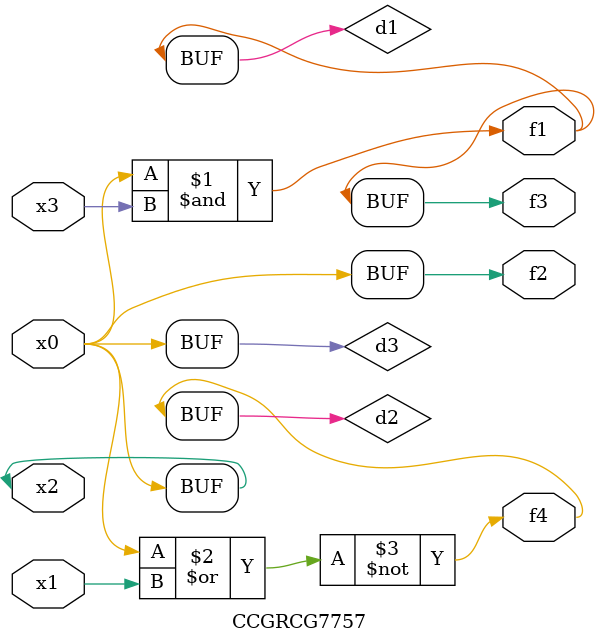
<source format=v>
module CCGRCG7757(
	input x0, x1, x2, x3,
	output f1, f2, f3, f4
);

	wire d1, d2, d3;

	and (d1, x2, x3);
	nor (d2, x0, x1);
	buf (d3, x0, x2);
	assign f1 = d1;
	assign f2 = d3;
	assign f3 = d1;
	assign f4 = d2;
endmodule

</source>
